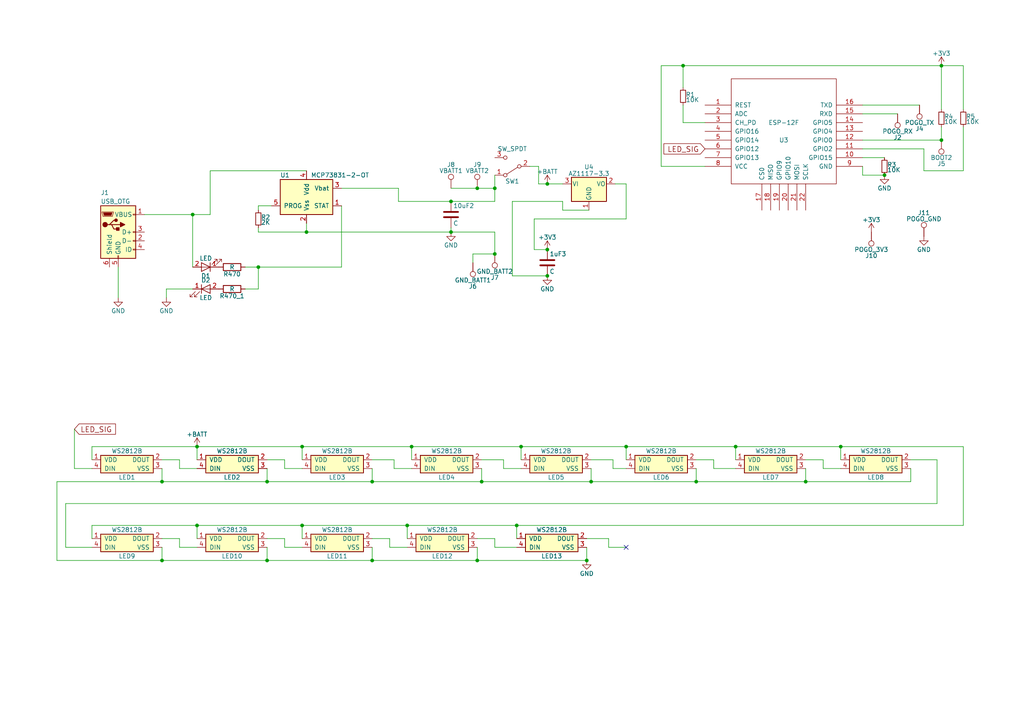
<source format=kicad_sch>
(kicad_sch (version 20230121) (generator eeschema)
  (paper "A4")
  (lib_symbols
    (symbol "Regulator_Linear:AZ1117-3.3" (pin_names (offset 0.254))
      (property "Reference" "U" (at -3.81 3.175 0))
      (property "Value" "AZ1117-3.3" (at 0 3.175 0))
      (symbol "AZ1117-3.3_0_1"
        (rectangle (start -5.08 1.905) (end 5.08 -5.08) (stroke (width 0.254)) (fill (type background)))
      )
      (symbol "AZ1117-3.3_1_1"
        (pin power_in line (at 0 -7.62 90) (length 2.54) (name "GND") (number "1"))
        (pin power_out line (at 7.62 0 180) (length 2.54) (name "VO") (number "2"))
        (pin power_in line (at -7.62 0 0) (length 2.54) (name "VI") (number "3"))
      )
    )
    (symbol "glowtie-rescue:+3.3V-power1" (power) (pin_names (offset 0))
      (property "Value" "+3.3V-power1" (at 0 3.556 0))
      (symbol "+3.3V-power1_0_1"
        (polyline (pts (xy -0.762 1.27) (xy 0 2.54)))
        (polyline (pts (xy 0 0) (xy 0 2.54)))
        (polyline (pts (xy 0 2.54) (xy 0.762 1.27)))
      )
      (symbol "+3.3V-power1_1_1"
        (pin power_in line (at 0 0 90) (length 0) hide (name "+3V3") (number "1"))
      )
    )
    (symbol "glowtie-rescue:+BATT-power1" (power) (pin_names (offset 0))
      (property "Value" "+BATT-power1" (at 0 3.556 0))
      (symbol "+BATT-power1_0_1"
        (polyline (pts (xy -0.762 1.27) (xy 0 2.54)))
        (polyline (pts (xy 0 0) (xy 0 2.54)))
        (polyline (pts (xy 0 2.54) (xy 0.762 1.27)))
      )
      (symbol "+BATT-power1_1_1"
        (pin power_in line (at 0 0 90) (length 0) hide (name "+BATT") (number "1"))
      )
    )
    (symbol "glowtie-rescue:C-device" (pin_numbers hide) (pin_names (offset 0.254))
      (property "Reference" "C" (at 0.635 2.54 0))
      (property "Value" "device_C" (at 0.635 -2.54 0))
      (symbol "C-device_0_1"
        (polyline (pts (xy -2.032 -0.762) (xy 2.032 -0.762)) (stroke (width 0.508)))
        (polyline (pts (xy -2.032 0.762) (xy 2.032 0.762)) (stroke (width 0.508)))
      )
      (symbol "C-device_1_1"
        (pin passive line (at 0 3.81 270) (length 2.794) (name "~") (number "1"))
        (pin passive line (at 0 -3.81 90) (length 2.794) (name "~") (number "2"))
      )
    )
    (symbol "glowtie-rescue:ESP-12F-ESP8266" (pin_names (offset 1.016))
      (property "Reference" "U" (at 0 -2.54 0))
      (property "Value" "ESP8266_ESP-12F" (at 0 2.54 0))
      (symbol "ESP-12F-ESP8266_1_0"
        (rectangle (start -15.24 -15.24) (end 15.24 15.24))
      )
      (symbol "ESP-12F-ESP8266_1_1"
        (pin input line (at -22.86 7.62 0) (length 7.62) (name "REST") (number "1"))
        (pin bidirectional line (at 22.86 -7.62 180) (length 7.62) (name "GPIO15") (number "10"))
        (pin bidirectional line (at 22.86 -5.08 180) (length 7.62) (name "GPIO2") (number "11"))
        (pin bidirectional line (at 22.86 -2.54 180) (length 7.62) (name "GPIO0") (number "12"))
        (pin bidirectional line (at 22.86 0 180) (length 7.62) (name "GPIO4") (number "13"))
        (pin bidirectional line (at 22.86 2.54 180) (length 7.62) (name "GPIO5") (number "14"))
        (pin input line (at 22.86 5.08 180) (length 7.62) (name "RXD") (number "15"))
        (pin output line (at 22.86 7.62 180) (length 7.62) (name "TXD") (number "16"))
        (pin bidirectional line (at -6.35 -22.86 90) (length 7.62) (name "CS0") (number "17"))
        (pin bidirectional line (at -3.81 -22.86 90) (length 7.62) (name "MISO") (number "18"))
        (pin bidirectional line (at -1.27 -22.86 90) (length 7.62) (name "GPIO9") (number "19"))
        (pin passive line (at -22.86 5.08 0) (length 7.62) (name "ADC") (number "2"))
        (pin bidirectional line (at 1.27 -22.86 90) (length 7.62) (name "GPIO10") (number "20"))
        (pin bidirectional line (at 3.81 -22.86 90) (length 7.62) (name "MOSI") (number "21"))
        (pin bidirectional line (at 6.35 -22.86 90) (length 7.62) (name "SCLK") (number "22"))
        (pin input line (at -22.86 2.54 0) (length 7.62) (name "CH_PD") (number "3"))
        (pin bidirectional line (at -22.86 0 0) (length 7.62) (name "GPIO16") (number "4"))
        (pin bidirectional line (at -22.86 -2.54 0) (length 7.62) (name "GPIO14") (number "5"))
        (pin bidirectional line (at -22.86 -5.08 0) (length 7.62) (name "GPIO12") (number "6"))
        (pin bidirectional line (at -22.86 -7.62 0) (length 7.62) (name "GPIO13") (number "7"))
        (pin power_in line (at -22.86 -10.16 0) (length 7.62) (name "VCC") (number "8"))
        (pin power_in line (at 22.86 -10.16 180) (length 7.62) (name "GND") (number "9"))
      )
    )
    (symbol "glowtie-rescue:GND-power1" (power) (pin_names (offset 0))
      (property "Value" "GND-power1" (at 0 -3.81 0))
      (symbol "GND-power1_0_1"
        (polyline (pts (xy 0 0) (xy 0 -1.27) (xy 1.27 -1.27) (xy 0 -2.54) (xy -1.27 -1.27) (xy 0 -1.27)))
      )
      (symbol "GND-power1_1_1"
        (pin power_in line (at 0 0 270) (length 0) hide (name "GND") (number "1"))
      )
    )
    (symbol "glowtie-rescue:LED-device" (pin_names (offset 1.016) hide)
      (property "Reference" "D" (at 0 2.54 0))
      (property "Value" "device_LED" (at 0 -2.54 0))
      (symbol "LED-device_0_1"
        (polyline (pts (xy -1.27 -1.27) (xy -1.27 1.27)) (stroke (width 0.2032)))
        (polyline (pts (xy -1.27 0) (xy 1.27 0)))
        (polyline (pts (xy 1.27 -1.27) (xy 1.27 1.27) (xy -1.27 0) (xy 1.27 -1.27)) (stroke (width 0.2032)))
        (polyline (pts (xy -3.048 -0.762) (xy -4.572 -2.286) (xy -3.81 -2.286) (xy -4.572 -2.286) (xy -4.572 -1.524)))
        (polyline (pts (xy -1.778 -0.762) (xy -3.302 -2.286) (xy -2.54 -2.286) (xy -3.302 -2.286) (xy -3.302 -1.524)))
      )
      (symbol "LED-device_1_1"
        (pin passive line (at -3.81 0 0) (length 2.54) (name "K") (number "1"))
        (pin passive line (at 3.81 0 180) (length 2.54) (name "A") (number "2"))
      )
    )
    (symbol "glowtie-rescue:MCP73831-2-OT-battery_management" (pin_names (offset 1.016))
      (property "Reference" "U" (at -7.62 6.35 0))
      (property "Value" "battery_management_MCP73831-2-OT" (at 1.27 6.35 0))
      (symbol "MCP73831-2-OT-battery_management_0_1"
        (rectangle (start -7.62 5.08) (end 7.62 -5.08) (stroke (width 0.254)) (fill (type background)))
      )
      (symbol "MCP73831-2-OT-battery_management_1_1"
        (pin output line (at 10.16 -2.54 180) (length 2.54) (name "STAT") (number "1"))
        (pin power_in line (at 0 -7.62 90) (length 2.54) (name "Vss") (number "2"))
        (pin power_out line (at 10.16 2.54 180) (length 2.54) (name "Vbat") (number "3"))
        (pin power_in line (at 0 7.62 270) (length 2.54) (name "Vdd") (number "4"))
        (pin input line (at -10.16 -2.54 0) (length 2.54) (name "PROG") (number "5"))
      )
    )
    (symbol "glowtie-rescue:R-device" (pin_numbers hide) (pin_names (offset 0))
      (property "Reference" "R" (at 2.032 0 90))
      (property "Value" "device_R" (at 0 0 90))
      (symbol "R-device_0_1"
        (rectangle (start -1.016 -2.54) (end 1.016 2.54) (stroke (width 0.254)))
      )
      (symbol "R-device_1_1"
        (pin passive line (at 0 3.81 270) (length 1.27) (name "~") (number "1"))
        (pin passive line (at 0 -3.81 90) (length 1.27) (name "~") (number "2"))
      )
    )
    (symbol "glowtie-rescue:R_Small-device" (pin_numbers hide) (pin_names (offset 0.254) hide)
      (property "Reference" "R" (at 0.762 0.508 0))
      (property "Value" "device_R_Small" (at 0.762 -1.016 0))
      (symbol "R_Small-device_0_1"
        (rectangle (start -0.762 1.778) (end 0.762 -1.778) (stroke (width 0.2032)))
      )
      (symbol "R_Small-device_1_1"
        (pin passive line (at 0 2.54 270) (length 0.762) (name "~") (number "1"))
        (pin passive line (at 0 -2.54 90) (length 0.762) (name "~") (number "2"))
      )
    )
    (symbol "glowtie-rescue:SW_SPDT-switches" (pin_names (offset 0) hide)
      (property "Reference" "SW" (at 0 4.318 0))
      (property "Value" "switches_SW_SPDT" (at 0 -5.08 0))
      (symbol "SW_SPDT-switches_0_0"
        (circle (center -2.032 0) (radius 0.508))
        (circle (center 2.032 -2.54) (radius 0.508))
      )
      (symbol "SW_SPDT-switches_0_1"
        (polyline (pts (xy -1.524 0.254) (xy 1.651 2.286)))
        (circle (center 2.032 2.54) (radius 0.508))
      )
      (symbol "SW_SPDT-switches_1_1"
        (pin passive line (at 5.08 2.54 180) (length 2.54) (name "A") (number "1"))
        (pin passive line (at -5.08 0 0) (length 2.54) (name "B") (number "2"))
        (pin passive line (at 5.08 -2.54 180) (length 2.54) (name "C") (number "3"))
      )
    )
    (symbol "glowtie-rescue:TEST_1P-conn" (pin_numbers hide) (pin_names (offset 0.762) hide)
      (property "Reference" "J" (at 0 6.858 0))
      (property "Value" "conn_TEST_1P" (at 0 5.08 0))
      (symbol "TEST_1P-conn_0_1"
        (circle (center 0 3.302) (radius 0.762))
      )
      (symbol "TEST_1P-conn_1_1"
        (pin passive line (at 0 0 90) (length 2.54) (name "1") (number "1"))
      )
    )
    (symbol "glowtie-rescue:USB_OTG-conn" (pin_names (offset 1.016))
      (property "Reference" "J" (at -5.08 11.43 0))
      (property "Value" "conn_USB_OTG" (at -5.08 8.89 0))
      (symbol "USB_OTG-conn_0_1"
        (rectangle (start -5.08 -7.62) (end 5.08 7.62) (stroke (width 0.254)) (fill (type background)))
        (circle (center -3.81 2.159) (radius 0.635) (stroke (width 0.254)) (fill (type outline)))
        (circle (center -0.635 3.429) (radius 0.381) (stroke (width 0.254)) (fill (type outline)))
        (rectangle (start -0.127 -7.62) (end 0.127 -6.858))
        (polyline (pts (xy -1.905 2.159) (xy 0.635 2.159)) (stroke (width 0.254)))
        (polyline (pts (xy -3.175 2.159) (xy -2.54 2.159) (xy -1.27 3.429) (xy -0.635 3.429)) (stroke (width 0.254)))
        (polyline (pts (xy -2.54 2.159) (xy -1.905 2.159) (xy -1.27 0.889) (xy 0 0.889)) (stroke (width 0.254)))
        (polyline (pts (xy 0.635 2.794) (xy 0.635 1.524) (xy 1.905 2.159) (xy 0.635 2.794)) (stroke (width 0.254)) (fill (type outline)))
        (polyline (pts (xy -4.318 5.588) (xy -1.778 5.588) (xy -2.032 4.826) (xy -4.064 4.826) (xy -4.318 5.588)) (fill (type outline)))
        (polyline (pts (xy -4.699 5.842) (xy -4.699 5.588) (xy -4.445 4.826) (xy -4.445 4.572) (xy -1.651 4.572) (xy -1.651 4.826) (xy -1.397 5.588) (xy -1.397 5.842) (xy -4.699 5.842)))
        (rectangle (start 0.254 1.27) (end -0.508 0.508) (stroke (width 0.254)) (fill (type outline)))
        (rectangle (start 5.08 -5.207) (end 4.318 -4.953))
        (rectangle (start 5.08 -2.667) (end 4.318 -2.413))
        (rectangle (start 5.08 -0.127) (end 4.318 0.127))
        (rectangle (start 5.08 4.953) (end 4.318 5.207))
      )
      (symbol "USB_OTG-conn_1_1"
        (pin power_in line (at 7.62 5.08 180) (length 2.54) (name "VBUS") (number "1"))
        (pin passive line (at 7.62 -2.54 180) (length 2.54) (name "D-") (number "2"))
        (pin passive line (at 7.62 0 180) (length 2.54) (name "D+") (number "3"))
        (pin passive line (at 7.62 -5.08 180) (length 2.54) (name "ID") (number "4"))
        (pin power_in line (at 0 -10.16 90) (length 2.54) (name "GND") (number "5"))
        (pin passive line (at -2.54 -10.16 90) (length 2.54) (name "Shield") (number "6"))
      )
    )
    (symbol "glowtie-rescue:WS2812B-Worldsemi" (pin_names (offset 1.016))
      (property "Reference" "LED" (at 0 -5.08 0))
      (property "Value" "Worldsemi_WS2812B" (at 0 2.54 0))
      (symbol "WS2812B-Worldsemi_0_1"
        (rectangle (start -7.62 1.27) (end 7.62 -3.81) (stroke (width 0.254)) (fill (type background)))
      )
      (symbol "WS2812B-Worldsemi_1_1"
        (pin power_in line (at -10.16 0 0) (length 2.54) (name "VDD") (number "1"))
        (pin output line (at 10.16 0 180) (length 2.54) (name "DOUT") (number "2"))
        (pin power_in line (at 10.16 -2.54 180) (length 2.54) (name "VSS") (number "3"))
        (pin input line (at -10.16 -2.54 0) (length 2.54) (name "DIN") (number "4"))
      )
    )
  )
  (junction (at 171.45 139.7))
  (junction (at 273.05 40.64))
  (junction (at 273.05 19.05))
  (junction (at 138.43 54.61))
  (junction (at 158.75 72.39))
  (junction (at 138.43 162.56))
  (junction (at 107.95 139.7))
  (junction (at 87.63 152.4))
  (junction (at 158.75 53.34))
  (junction (at 158.75 80.01))
  (junction (at 130.81 67.31))
  (junction (at 201.93 139.7))
  (junction (at 143.51 54.61))
  (junction (at 143.51 73.66))
  (junction (at 88.9 67.31))
  (junction (at 256.54 50.8))
  (junction (at 55.88 62.23))
  (junction (at 57.15 129.54))
  (junction (at 74.93 77.47))
  (junction (at 46.99 139.7))
  (junction (at 57.15 152.4))
  (junction (at 87.63 129.54))
  (junction (at 213.36 129.54))
  (junction (at 130.81 58.42))
  (junction (at 149.86 152.4))
  (junction (at 198.12 19.05))
  (junction (at 139.7 139.7))
  (junction (at 170.18 162.56))
  (junction (at 77.47 162.56))
  (junction (at 233.68 139.7))
  (junction (at 46.99 162.56))
  (junction (at 181.61 129.54))
  (junction (at 243.84 129.54))
  (junction (at 77.47 139.7))
  (junction (at 151.13 129.54))
  (junction (at 118.11 152.4))
  (junction (at 119.38 129.54))
  (junction (at 107.95 162.56))
  (no_connect (at 181.61 158.75))
  (wire (pts (xy 74.93 67.31) (xy 88.9 67.31)))
  (wire (pts (xy 148.59 58.42) (xy 163.195 58.42)))
  (wire (pts (xy 201.93 139.7) (xy 233.68 139.7)))
  (wire (pts (xy 213.36 129.54) (xy 243.84 129.54)))
  (wire (pts (xy 16.51 162.56) (xy 46.99 162.56)))
  (wire (pts (xy 207.01 135.89) (xy 213.36 135.89)))
  (wire (pts (xy 87.63 133.35) (xy 87.63 129.54)))
  (wire (pts (xy 250.19 30.48) (xy 266.7 30.48)))
  (wire (pts (xy 52.07 158.75) (xy 57.15 158.75)))
  (wire (pts (xy 74.93 77.47) (xy 99.06 77.47)))
  (wire (pts (xy 267.97 49.53) (xy 279.4 49.53)))
  (wire (pts (xy 170.18 156.21) (xy 176.53 156.21)))
  (wire (pts (xy 137.16 73.66) (xy 137.16 76.2)))
  (wire (pts (xy 151.13 129.54) (xy 181.61 129.54)))
  (wire (pts (xy 198.12 30.48) (xy 198.12 35.56)))
  (wire (pts (xy 21.59 135.89) (xy 26.67 135.89)))
  (wire (pts (xy 250.19 45.72) (xy 256.54 45.72)))
  (wire (pts (xy 60.96 62.23) (xy 60.96 49.53)))
  (wire (pts (xy 130.81 54.61) (xy 138.43 54.61)))
  (wire (pts (xy 146.05 135.89) (xy 151.13 135.89)))
  (wire (pts (xy 138.43 54.61) (xy 143.51 54.61)))
  (wire (pts (xy 71.12 77.47) (xy 74.93 77.47)))
  (wire (pts (xy 74.93 83.82) (xy 71.12 83.82)))
  (wire (pts (xy 271.78 133.35) (xy 271.78 146.05)))
  (wire (pts (xy 271.78 146.05) (xy 19.05 146.05)))
  (wire (pts (xy 130.81 67.31) (xy 143.51 67.31)))
  (wire (pts (xy 130.81 67.31) (xy 130.81 66.04)))
  (wire (pts (xy 198.12 19.05) (xy 273.05 19.05)))
  (wire (pts (xy 191.77 19.05) (xy 198.12 19.05)))
  (wire (pts (xy 250.19 40.64) (xy 273.05 40.64)))
  (wire (pts (xy 279.4 129.54) (xy 279.4 152.4)))
  (wire (pts (xy 138.43 158.75) (xy 138.43 162.56)))
  (wire (pts (xy 163.195 60.96) (xy 163.195 58.42)))
  (wire (pts (xy 21.59 124.46) (xy 21.59 135.89)))
  (wire (pts (xy 46.99 156.21) (xy 52.07 156.21)))
  (wire (pts (xy 19.05 146.05) (xy 19.05 158.75)))
  (wire (pts (xy 46.99 135.89) (xy 46.99 139.7)))
  (wire (pts (xy 149.86 156.21) (xy 149.86 152.4)))
  (wire (pts (xy 16.51 139.7) (xy 46.99 139.7)))
  (wire (pts (xy 256.54 50.8) (xy 250.19 50.8)))
  (wire (pts (xy 279.4 49.53) (xy 279.4 36.83)))
  (wire (pts (xy 176.53 158.75) (xy 181.61 158.75)))
  (wire (pts (xy 143.51 158.75) (xy 149.86 158.75)))
  (wire (pts (xy 250.19 50.8) (xy 250.19 48.26)))
  (wire (pts (xy 26.67 129.54) (xy 26.67 133.35)))
  (wire (pts (xy 55.88 83.82) (xy 48.26 83.82)))
  (wire (pts (xy 143.51 156.21) (xy 143.51 158.75)))
  (wire (pts (xy 107.95 133.35) (xy 114.3 133.35)))
  (wire (pts (xy 181.61 63.5) (xy 181.61 53.34)))
  (wire (pts (xy 88.9 67.31) (xy 130.81 67.31)))
  (wire (pts (xy 151.13 133.35) (xy 151.13 129.54)))
  (wire (pts (xy 77.47 156.21) (xy 82.55 156.21)))
  (wire (pts (xy 41.91 62.23) (xy 55.88 62.23)))
  (wire (pts (xy 143.51 67.31) (xy 143.51 73.66)))
  (wire (pts (xy 82.55 158.75) (xy 87.63 158.75)))
  (wire (pts (xy 16.51 139.7) (xy 16.51 162.56)))
  (wire (pts (xy 201.93 133.35) (xy 207.01 133.35)))
  (wire (pts (xy 87.63 129.54) (xy 119.38 129.54)))
  (wire (pts (xy 114.3 135.89) (xy 119.38 135.89)))
  (wire (pts (xy 46.99 139.7) (xy 77.47 139.7)))
  (wire (pts (xy 171.45 139.7) (xy 201.93 139.7)))
  (wire (pts (xy 52.07 135.89) (xy 57.15 135.89)))
  (wire (pts (xy 191.77 48.26) (xy 191.77 19.05)))
  (wire (pts (xy 213.36 129.54) (xy 213.36 133.35)))
  (wire (pts (xy 264.16 139.7) (xy 264.16 135.89)))
  (wire (pts (xy 107.95 139.7) (xy 139.7 139.7)))
  (wire (pts (xy 99.06 77.47) (xy 99.06 59.69)))
  (wire (pts (xy 181.61 133.35) (xy 181.61 129.54)))
  (wire (pts (xy 119.38 133.35) (xy 119.38 129.54)))
  (wire (pts (xy 77.47 162.56) (xy 107.95 162.56)))
  (wire (pts (xy 55.88 62.23) (xy 60.96 62.23)))
  (wire (pts (xy 82.55 135.89) (xy 87.63 135.89)))
  (wire (pts (xy 273.05 19.05) (xy 273.05 31.75)))
  (wire (pts (xy 114.3 133.35) (xy 114.3 135.89)))
  (wire (pts (xy 156.21 48.26) (xy 153.67 48.26)))
  (wire (pts (xy 154.94 72.39) (xy 158.75 72.39)))
  (wire (pts (xy 238.76 135.89) (xy 243.84 135.89)))
  (wire (pts (xy 273.05 19.05) (xy 279.4 19.05)))
  (wire (pts (xy 34.29 86.36) (xy 34.29 77.47)))
  (wire (pts (xy 148.59 80.01) (xy 158.75 80.01)))
  (wire (pts (xy 57.15 152.4) (xy 87.63 152.4)))
  (wire (pts (xy 82.55 133.35) (xy 82.55 135.89)))
  (wire (pts (xy 181.61 129.54) (xy 213.36 129.54)))
  (wire (pts (xy 113.03 156.21) (xy 113.03 158.75)))
  (wire (pts (xy 26.67 156.21) (xy 26.67 152.4)))
  (wire (pts (xy 118.11 152.4) (xy 149.86 152.4)))
  (wire (pts (xy 238.76 133.35) (xy 238.76 135.89)))
  (wire (pts (xy 87.63 152.4) (xy 118.11 152.4)))
  (wire (pts (xy 143.51 58.42) (xy 130.81 58.42)))
  (wire (pts (xy 243.84 133.35) (xy 243.84 129.54)))
  (wire (pts (xy 46.99 162.56) (xy 77.47 162.56)))
  (wire (pts (xy 57.15 156.21) (xy 57.15 152.4)))
  (wire (pts (xy 74.93 77.47) (xy 74.93 83.82)))
  (wire (pts (xy 146.05 133.35) (xy 146.05 135.89)))
  (wire (pts (xy 149.86 152.4) (xy 279.4 152.4)))
  (wire (pts (xy 139.7 133.35) (xy 146.05 133.35)))
  (wire (pts (xy 139.7 139.7) (xy 171.45 139.7)))
  (wire (pts (xy 88.9 67.31) (xy 88.9 64.77)))
  (wire (pts (xy 52.07 156.21) (xy 52.07 158.75)))
  (wire (pts (xy 250.19 43.18) (xy 267.97 43.18)))
  (wire (pts (xy 130.81 58.42) (xy 115.57 58.42)))
  (wire (pts (xy 156.21 53.34) (xy 156.21 48.26)))
  (wire (pts (xy 60.96 49.53) (xy 88.9 49.53)))
  (wire (pts (xy 82.55 156.21) (xy 82.55 158.75)))
  (wire (pts (xy 48.26 83.82) (xy 48.26 86.36)))
  (wire (pts (xy 46.99 158.75) (xy 46.99 162.56)))
  (wire (pts (xy 273.05 40.64) (xy 273.05 36.83)))
  (wire (pts (xy 57.15 133.35) (xy 57.15 129.54)))
  (wire (pts (xy 171.45 135.89) (xy 171.45 139.7)))
  (wire (pts (xy 113.03 158.75) (xy 118.11 158.75)))
  (wire (pts (xy 198.12 25.4) (xy 198.12 19.05)))
  (wire (pts (xy 143.51 54.61) (xy 143.51 58.42)))
  (wire (pts (xy 148.59 58.42) (xy 148.59 80.01)))
  (wire (pts (xy 158.75 53.34) (xy 156.21 53.34)))
  (wire (pts (xy 243.84 129.54) (xy 279.4 129.54)))
  (wire (pts (xy 99.06 54.61) (xy 115.57 54.61)))
  (wire (pts (xy 267.97 43.18) (xy 267.97 49.53)))
  (wire (pts (xy 77.47 135.89) (xy 77.47 139.7)))
  (wire (pts (xy 77.47 133.35) (xy 82.55 133.35)))
  (wire (pts (xy 279.4 19.05) (xy 279.4 31.75)))
  (wire (pts (xy 177.8 135.89) (xy 181.61 135.89)))
  (wire (pts (xy 181.61 53.34) (xy 178.435 53.34)))
  (wire (pts (xy 26.67 152.4) (xy 57.15 152.4)))
  (wire (pts (xy 201.93 135.89) (xy 201.93 139.7)))
  (wire (pts (xy 46.99 133.35) (xy 52.07 133.35)))
  (wire (pts (xy 115.57 54.61) (xy 115.57 58.42)))
  (wire (pts (xy 176.53 156.21) (xy 176.53 158.75)))
  (wire (pts (xy 170.18 162.56) (xy 170.18 158.75)))
  (wire (pts (xy 154.94 63.5) (xy 154.94 72.39)))
  (wire (pts (xy 233.68 135.89) (xy 233.68 139.7)))
  (wire (pts (xy 19.05 158.75) (xy 26.67 158.75)))
  (wire (pts (xy 177.8 133.35) (xy 177.8 135.89)))
  (wire (pts (xy 52.07 133.35) (xy 52.07 135.89)))
  (wire (pts (xy 233.68 133.35) (xy 238.76 133.35)))
  (wire (pts (xy 250.19 33.02) (xy 260.35 33.02)))
  (wire (pts (xy 207.01 133.35) (xy 207.01 135.89)))
  (wire (pts (xy 191.77 48.26) (xy 204.47 48.26)))
  (wire (pts (xy 118.11 156.21) (xy 118.11 152.4)))
  (wire (pts (xy 107.95 158.75) (xy 107.95 162.56)))
  (wire (pts (xy 264.16 133.35) (xy 271.78 133.35)))
  (wire (pts (xy 139.7 135.89) (xy 139.7 139.7)))
  (wire (pts (xy 143.51 50.8) (xy 143.51 54.61)))
  (wire (pts (xy 171.45 133.35) (xy 177.8 133.35)))
  (wire (pts (xy 107.95 162.56) (xy 138.43 162.56)))
  (wire (pts (xy 77.47 158.75) (xy 77.47 162.56)))
  (wire (pts (xy 143.51 73.66) (xy 137.16 73.66)))
  (wire (pts (xy 170.815 60.96) (xy 163.195 60.96)))
  (wire (pts (xy 154.94 63.5) (xy 181.61 63.5)))
  (wire (pts (xy 138.43 156.21) (xy 143.51 156.21)))
  (wire (pts (xy 138.43 162.56) (xy 170.18 162.56)))
  (wire (pts (xy 158.75 53.34) (xy 163.195 53.34)))
  (wire (pts (xy 26.67 129.54) (xy 57.15 129.54)))
  (wire (pts (xy 57.15 129.54) (xy 87.63 129.54)))
  (wire (pts (xy 107.95 156.21) (xy 113.03 156.21)))
  (wire (pts (xy 74.93 60.96) (xy 74.93 59.69)))
  (wire (pts (xy 107.95 135.89) (xy 107.95 139.7)))
  (wire (pts (xy 74.93 67.31) (xy 74.93 66.04)))
  (wire (pts (xy 198.12 35.56) (xy 204.47 35.56)))
  (wire (pts (xy 77.47 139.7) (xy 107.95 139.7)))
  (wire (pts (xy 119.38 129.54) (xy 151.13 129.54)))
  (wire (pts (xy 74.93 59.69) (xy 78.74 59.69)))
  (wire (pts (xy 55.88 77.47) (xy 55.88 62.23)))
  (wire (pts (xy 233.68 139.7) (xy 264.16 139.7)))
  (wire (pts (xy 87.63 156.21) (xy 87.63 152.4)))
  (global_label "LED_SIG" (shape input) (at 21.59 124.46 0) (effects (font (size 1.524 1.524))) (property "Intersheetrefs" "${INTERSHEET_REFS}" (effects hide)))
  (global_label "LED_SIG" (shape input) (at 204.47 43.18 180) (effects (font (size 1.524 1.524))) (property "Intersheetrefs" "${INTERSHEET_REFS}" (effects hide)))
  (symbol (lib_id "glowtie-rescue:+3.3V-power1") (at 158.75 72.39 0) (unit 1)
    (property "Reference" "#PWR01" (effects hide))
    (property "Value" "+3.3V" (at 158.75 68.834 0))
  )
  (symbol (lib_id "glowtie-rescue:GND-power1") (at 34.29 86.36 0) (unit 1)
    (property "Reference" "#PWR02" (effects hide))
    (property "Value" "GND" (at 34.29 90.17 0))
  )
  (symbol (lib_id "glowtie-rescue:GND-power1") (at 130.81 67.31 0) (unit 1)
    (property "Reference" "#PWR04" (effects hide))
    (property "Value" "GND" (at 130.81 71.12 0))
  )
  (symbol (lib_id "glowtie-rescue:GND-power1") (at 48.26 86.36 0) (unit 1)
    (property "Reference" "#PWR05" (effects hide))
    (property "Value" "GND" (at 48.26 90.17 0))
  )
  (symbol (lib_id "glowtie-rescue:C-device") (at 130.81 62.23 0) (unit 1)
    (property "Reference" "10uF2" (at 131.445 59.69 0) (effects (justify left)))
    (property "Value" "C" (at 131.445 64.77 0) (effects (justify left)))
    (property "Footprint" "Capacitors_SMD:C_0805" (effects hide))
  )
  (symbol (lib_id "glowtie-rescue:R_Small-device") (at 74.93 63.5 0) (unit 1)
    (property "Reference" "R2" (at 75.692 62.992 0) (effects (justify left)))
    (property "Value" "2K" (at 75.692 64.516 0) (effects (justify left)))
    (property "Footprint" "Resistors_SMD:R_0805" (effects hide))
  )
  (symbol (lib_id "glowtie-rescue:TEST_1P-conn") (at 266.7 30.48 180) (unit 1)
    (property "Reference" "J4" (at 266.7 37.338 0))
    (property "Value" "POGO_TX" (at 266.7 35.56 0))
    (property "Footprint" "TestPoint:TestPoint_Pad_D1.5mm" (effects hide))
  )
  (symbol (lib_id "glowtie-rescue:TEST_1P-conn") (at 260.35 33.02 180) (unit 1)
    (property "Reference" "J2" (at 260.35 39.878 0))
    (property "Value" "POGO_RX" (at 260.35 38.1 0))
    (property "Footprint" "TestPoint:TestPoint_Pad_D1.5mm" (effects hide))
  )
  (symbol (lib_id "glowtie-rescue:WS2812B-Worldsemi") (at 97.79 133.35 0) (unit 1)
    (property "Reference" "LED3" (at 97.79 138.43 0))
    (property "Value" "WS2812B" (at 97.79 130.81 0))
    (property "Footprint" "LEDs:LED_WS2812B-PLCC4" (effects hide))
  )
  (symbol (lib_id "glowtie-rescue:WS2812B-Worldsemi") (at 129.54 133.35 0) (unit 1)
    (property "Reference" "LED4" (at 129.54 138.43 0))
    (property "Value" "WS2812B" (at 129.54 130.81 0))
    (property "Footprint" "LEDs:LED_WS2812B-PLCC4" (effects hide))
  )
  (symbol (lib_id "glowtie-rescue:WS2812B-Worldsemi") (at 161.29 133.35 0) (unit 1)
    (property "Reference" "LED5" (at 161.29 138.43 0))
    (property "Value" "WS2812B" (at 161.29 130.81 0))
    (property "Footprint" "LEDs:LED_WS2812B-PLCC4" (effects hide))
  )
  (symbol (lib_id "glowtie-rescue:WS2812B-Worldsemi") (at 191.77 133.35 0) (unit 1)
    (property "Reference" "LED6" (at 191.77 138.43 0))
    (property "Value" "WS2812B" (at 191.77 130.81 0))
    (property "Footprint" "LEDs:LED_WS2812B-PLCC4" (effects hide))
  )
  (symbol (lib_id "glowtie-rescue:WS2812B-Worldsemi") (at 223.52 133.35 0) (unit 1)
    (property "Reference" "LED7" (at 223.52 138.43 0))
    (property "Value" "WS2812B" (at 223.52 130.81 0))
    (property "Footprint" "LEDs:LED_WS2812B-PLCC4" (effects hide))
  )
  (symbol (lib_id "glowtie-rescue:WS2812B-Worldsemi") (at 67.31 133.35 0) (unit 1)
    (property "Reference" "LED2" (at 67.31 138.43 0))
    (property "Value" "WS2812B" (at 67.31 130.81 0))
    (property "Footprint" "LEDs:LED_WS2812B-PLCC4" (effects hide))
  )
  (symbol (lib_id "glowtie-rescue:WS2812B-Worldsemi") (at 36.83 133.35 0) (unit 1)
    (property "Reference" "LED1" (at 36.83 138.43 0))
    (property "Value" "WS2812B" (at 36.83 130.81 0))
    (property "Footprint" "LEDs:LED_WS2812B-PLCC4" (effects hide))
  )
  (symbol (lib_id "glowtie-rescue:WS2812B-Worldsemi") (at 254 133.35 0) (unit 1)
    (property "Reference" "LED8" (at 254 138.43 0))
    (property "Value" "WS2812B" (at 254 130.81 0))
    (property "Footprint" "LEDs:LED_WS2812B-PLCC4" (effects hide))
  )
  (symbol (lib_id "glowtie-rescue:WS2812B-Worldsemi") (at 36.83 156.21 0) (unit 1)
    (property "Reference" "LED9" (at 36.83 161.29 0))
    (property "Value" "WS2812B" (at 36.83 153.67 0))
    (property "Footprint" "LEDs:LED_WS2812B-PLCC4" (effects hide))
  )
  (symbol (lib_id "glowtie-rescue:WS2812B-Worldsemi") (at 67.31 156.21 0) (unit 1)
    (property "Reference" "LED10" (at 67.31 161.29 0))
    (property "Value" "WS2812B" (at 67.31 153.67 0))
    (property "Footprint" "LEDs:LED_WS2812B-PLCC4" (effects hide))
  )
  (symbol (lib_id "glowtie-rescue:WS2812B-Worldsemi") (at 97.79 156.21 0) (unit 1)
    (property "Reference" "LED11" (at 97.79 161.29 0))
    (property "Value" "WS2812B" (at 97.79 153.67 0))
    (property "Footprint" "LEDs:LED_WS2812B-PLCC4" (effects hide))
  )
  (symbol (lib_id "glowtie-rescue:WS2812B-Worldsemi") (at 128.27 156.21 0) (unit 1)
    (property "Reference" "LED12" (at 128.27 161.29 0))
    (property "Value" "WS2812B" (at 128.27 153.67 0))
    (property "Footprint" "LEDs:LED_WS2812B-PLCC4" (effects hide))
  )
  (symbol (lib_id "glowtie-rescue:WS2812B-Worldsemi") (at 160.02 156.21 0) (unit 1)
    (property "Reference" "LED13" (at 160.02 161.29 0))
    (property "Value" "WS2812B" (at 160.02 153.67 0))
    (property "Footprint" "LEDs:LED_WS2812B-PLCC4" (effects hide))
  )
  (symbol (lib_id "glowtie-rescue:TEST_1P-conn") (at 137.16 76.2 180) (unit 1)
    (property "Reference" "J6" (at 137.16 83.058 0))
    (property "Value" "GND_BATT1" (at 137.16 81.28 0))
    (property "Footprint" "Measurement_Points:Measurement_Point_Square-SMD-Pad_Big" (effects hide))
  )
  (symbol (lib_id "glowtie-rescue:TEST_1P-conn") (at 143.51 73.66 180) (unit 1)
    (property "Reference" "J7" (at 143.51 80.518 0))
    (property "Value" "GND_BATT2" (at 143.51 78.74 0))
    (property "Footprint" "Measurement_Points:Measurement_Point_Square-SMD-Pad_Big" (effects hide))
  )
  (symbol (lib_id "glowtie-rescue:TEST_1P-conn") (at 130.81 54.61 0) (unit 1)
    (property "Reference" "J8" (at 130.81 47.752 0))
    (property "Value" "VBATT1" (at 130.81 49.53 0))
    (property "Footprint" "Measurement_Points:Measurement_Point_Round-SMD-Pad_Big" (effects hide))
  )
  (symbol (lib_id "glowtie-rescue:TEST_1P-conn") (at 138.43 54.61 0) (unit 1)
    (property "Reference" "J9" (at 138.43 47.752 0))
    (property "Value" "VBATT2" (at 138.43 49.53 0))
    (property "Footprint" "Measurement_Points:Measurement_Point_Round-SMD-Pad_Big" (effects hide))
  )
  (symbol (lib_id "glowtie-rescue:GND-power1") (at 158.75 80.01 0) (unit 1)
    (property "Reference" "#PWR07" (effects hide))
    (property "Value" "GND" (at 158.75 83.82 0))
  )
  (symbol (lib_id "glowtie-rescue:GND-power1") (at 170.18 162.56 0) (unit 1)
    (property "Reference" "#PWR06" (effects hide))
    (property "Value" "GND" (at 170.18 166.37 0))
  )
  (symbol (lib_id "glowtie-rescue:C-device") (at 158.75 76.2 0) (unit 1)
    (property "Reference" "1uF3" (at 159.385 73.66 0) (effects (justify left)))
    (property "Value" "C" (at 159.385 78.74 0) (effects (justify left)))
    (property "Footprint" "Capacitors_SMD:C_0805" (effects hide))
  )
  (symbol (lib_id "glowtie-rescue:R-device") (at 67.31 77.47 270) (unit 1)
    (property "Reference" "R470" (at 67.31 79.502 90))
    (property "Value" "R" (at 67.31 77.47 90))
    (property "Footprint" "Resistors_SMD:R_0805" (effects hide))
  )
  (symbol (lib_id "glowtie-rescue:R-device") (at 67.31 83.82 270) (unit 1)
    (property "Reference" "R470_1" (at 67.31 85.852 90))
    (property "Value" "R" (at 67.31 83.82 90))
    (property "Footprint" "Resistors_SMD:R_0805" (effects hide))
  )
  (symbol (lib_id "glowtie-rescue:ESP-12F-ESP8266") (at 227.33 38.1 0) (unit 1)
    (property "Reference" "U3" (at 227.33 40.64 0))
    (property "Value" "ESP-12F" (at 227.33 35.56 0))
    (property "Footprint" "ESP8266:ESP-12E_SMD" (effects hide))
  )
  (symbol (lib_id "glowtie-rescue:R_Small-device") (at 273.05 34.29 0) (unit 1)
    (property "Reference" "R4" (at 273.812 33.782 0) (effects (justify left)))
    (property "Value" "10K" (at 273.812 35.306 0) (effects (justify left)))
    (property "Footprint" "Resistors_SMD:R_0805" (effects hide))
  )
  (symbol (lib_id "glowtie-rescue:+3.3V-power1") (at 273.05 19.05 0) (unit 1)
    (property "Reference" "#PWR08" (effects hide))
    (property "Value" "+3.3V" (at 273.05 15.494 0))
  )
  (symbol (lib_id "glowtie-rescue:R_Small-device") (at 279.4 34.29 0) (unit 1)
    (property "Reference" "R5" (at 280.162 33.782 0) (effects (justify left)))
    (property "Value" "10K" (at 280.162 35.306 0) (effects (justify left)))
    (property "Footprint" "Resistors_SMD:R_0805" (effects hide))
  )
  (symbol (lib_id "glowtie-rescue:TEST_1P-conn") (at 273.05 40.64 180) (unit 1)
    (property "Reference" "J5" (at 273.05 47.498 0))
    (property "Value" "BOOT2" (at 273.05 45.72 0))
    (property "Footprint" "TestPoint:TestPoint_Pad_D1.5mm" (effects hide))
  )
  (symbol (lib_id "glowtie-rescue:R_Small-device") (at 256.54 48.26 0) (unit 1)
    (property "Reference" "R3" (at 257.302 47.752 0) (effects (justify left)))
    (property "Value" "10K" (at 257.302 49.276 0) (effects (justify left)))
    (property "Footprint" "Resistors_SMD:R_0805" (effects hide))
  )
  (symbol (lib_id "glowtie-rescue:GND-power1") (at 256.54 50.8 0) (unit 1)
    (property "Reference" "#PWR09" (effects hide))
    (property "Value" "GND" (at 256.54 54.61 0))
  )
  (symbol (lib_id "glowtie-rescue:R_Small-device") (at 198.12 27.94 0) (unit 1)
    (property "Reference" "R1" (at 198.882 27.432 0) (effects (justify left)))
    (property "Value" "10K" (at 198.882 28.956 0) (effects (justify left)))
    (property "Footprint" "Resistors_SMD:R_0805" (effects hide))
  )
  (symbol (lib_id "glowtie-rescue:+BATT-power1") (at 158.75 53.34 0) (unit 1)
    (property "Reference" "#PWR010" (effects hide))
    (property "Value" "+BATT" (at 158.75 49.784 0))
  )
  (symbol (lib_id "glowtie-rescue:+BATT-power1") (at 57.15 129.54 0) (unit 1)
    (property "Reference" "#PWR011" (effects hide))
    (property "Value" "+BATT" (at 57.15 125.984 0))
  )
  (symbol (lib_id "glowtie-rescue:TEST_1P-conn") (at 267.97 68.58 0) (unit 1)
    (property "Reference" "J11" (at 267.97 61.722 0))
    (property "Value" "POGO_GND" (at 267.97 63.5 0))
    (property "Footprint" "TestPoint:TestPoint_Pad_D1.5mm" (effects hide))
  )
  (symbol (lib_id "glowtie-rescue:TEST_1P-conn") (at 252.73 67.31 180) (unit 1)
    (property "Reference" "J10" (at 252.73 74.168 0))
    (property "Value" "POGO_3V3" (at 252.73 72.39 0))
    (property "Footprint" "TestPoint:TestPoint_Pad_D1.5mm" (effects hide))
  )
  (symbol (lib_id "glowtie-rescue:+3.3V-power1") (at 252.73 67.31 0) (unit 1)
    (property "Reference" "#PWR012" (effects hide))
    (property "Value" "+3.3V" (at 252.73 63.754 0))
  )
  (symbol (lib_id "glowtie-rescue:GND-power1") (at 267.97 68.58 0) (unit 1)
    (property "Reference" "#PWR013" (effects hide))
    (property "Value" "GND" (at 267.97 72.39 0))
  )
  (symbol (lib_id "glowtie-rescue:USB_OTG-conn") (at 34.29 67.31 0) (unit 1)
    (property "Reference" "J1" (at 29.21 55.88 0) (effects (justify left)))
    (property "Value" "USB_OTG" (at 29.21 58.42 0) (effects (justify left)))
    (property "Footprint" "Connectors:USB_Micro-B" (effects hide))
  )
  (symbol (lib_id "glowtie-rescue:MCP73831-2-OT-battery_management") (at 88.9 57.15 0) (unit 1)
    (property "Reference" "U1" (at 81.28 50.8 0) (effects (justify left)))
    (property "Value" "MCP73831-2-OT" (at 90.17 50.8 0) (effects (justify left)))
    (property "Footprint" "TO_SOT_Packages_SMD:SOT-23-5" (effects hide))
  )
  (symbol (lib_id "glowtie-rescue:SW_SPDT-switches") (at 148.59 48.26 180) (unit 1)
    (property "Reference" "SW1" (at 148.59 52.578 0))
    (property "Value" "SW_SPDT" (at 148.59 43.18 0))
    (property "Footprint" "Buttons_Switches_SMD:SW_SPDT_PCM12" (effects hide))
  )
  (symbol (lib_id "glowtie-rescue:LED-device") (at 59.69 83.82 0) (unit 1)
    (property "Reference" "D2" (at 59.69 81.28 0))
    (property "Value" "LED" (at 59.69 86.36 0))
    (property "Footprint" "LEDs:LED_0805" (effects hide))
  )
  (symbol (lib_id "glowtie-rescue:LED-device") (at 59.69 77.47 180) (unit 1)
    (property "Reference" "D1" (at 59.69 80.01 0))
    (property "Value" "LED" (at 59.69 74.93 0))
    (property "Footprint" "LEDs:LED_0805" (effects hide))
  )
  (symbol (lib_id "Regulator_Linear:AZ1117-3.3") (at 170.815 53.34 0) (unit 1)
    (property "Reference" "U4" (at 170.815 48.4251 0))
    (property "Value" "AZ1117-3.3" (at 170.815 50.3461 0))
    (property "Footprint" "Package_TO_SOT_SMD:SOT-223-3_TabPin2" (effects hide))
    (property "Datasheet" "https://www.diodes.com/assets/Datasheets/AZ1117.pdf" (effects hide))
  )
)
</source>
